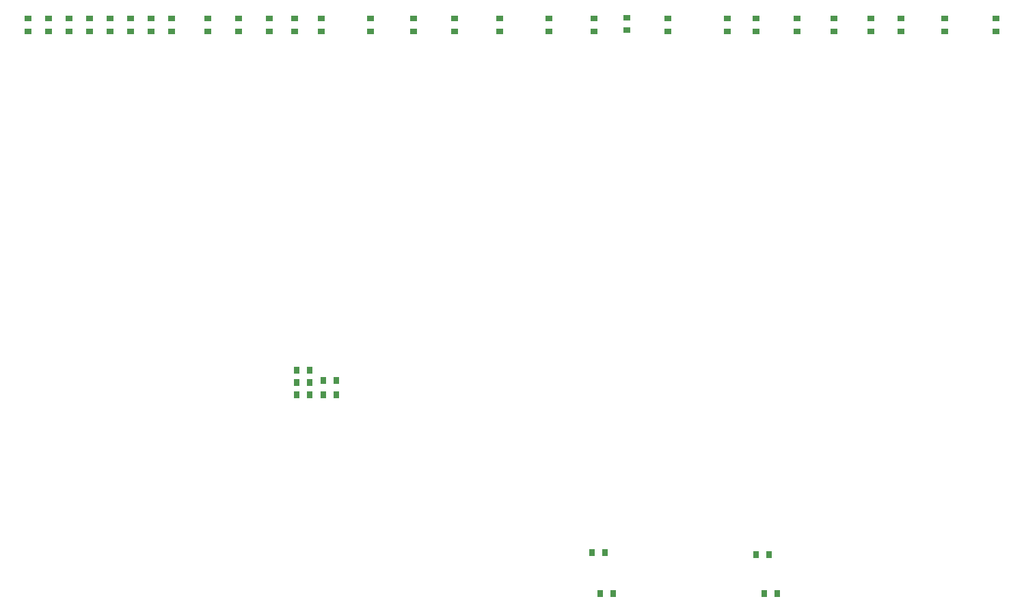
<source format=gbp>
G04*
G04 #@! TF.GenerationSoftware,Altium Limited,Altium Designer,22.3.1 (43)*
G04*
G04 Layer_Color=128*
%FSLAX25Y25*%
%MOIN*%
G70*
G04*
G04 #@! TF.SameCoordinates,1903AC94-178F-402A-AE6A-EB822E6E4443*
G04*
G04*
G04 #@! TF.FilePolarity,Positive*
G04*
G01*
G75*
%ADD20R,0.03150X0.03740*%
%ADD24R,0.03740X0.03150*%
D20*
X218850Y157000D02*
D03*
X225150D02*
D03*
X218850Y164000D02*
D03*
X225150D02*
D03*
X212150Y157000D02*
D03*
X205850D02*
D03*
X212150Y163000D02*
D03*
X205850D02*
D03*
X212150Y169000D02*
D03*
X205850D02*
D03*
X429850Y79000D02*
D03*
X436150D02*
D03*
X349850Y80000D02*
D03*
X356150D02*
D03*
X353850Y60000D02*
D03*
X360150D02*
D03*
X433850D02*
D03*
X440150D02*
D03*
D24*
X351000Y340650D02*
D03*
Y334350D02*
D03*
X547000Y340650D02*
D03*
Y334350D02*
D03*
X522000D02*
D03*
Y340650D02*
D03*
X387000D02*
D03*
Y334350D02*
D03*
X500500Y340650D02*
D03*
Y334350D02*
D03*
X329000Y340650D02*
D03*
Y334350D02*
D03*
X263000Y340650D02*
D03*
Y334350D02*
D03*
X242000Y340650D02*
D03*
Y334350D02*
D03*
X305000Y340650D02*
D03*
Y334350D02*
D03*
X283000Y340650D02*
D03*
Y334350D02*
D03*
X367000Y341150D02*
D03*
Y334850D02*
D03*
X486000Y340650D02*
D03*
Y334350D02*
D03*
X468000Y340650D02*
D03*
Y334350D02*
D03*
X450000Y340650D02*
D03*
Y334350D02*
D03*
X416000Y340650D02*
D03*
Y334350D02*
D03*
X430000Y340650D02*
D03*
Y334350D02*
D03*
X205000Y340650D02*
D03*
Y334350D02*
D03*
X218000Y340650D02*
D03*
Y334350D02*
D03*
X192500Y340650D02*
D03*
Y334350D02*
D03*
X177500D02*
D03*
Y340650D02*
D03*
X162500D02*
D03*
Y334350D02*
D03*
X125000Y340650D02*
D03*
Y334350D02*
D03*
X115000Y340650D02*
D03*
Y334350D02*
D03*
X105000Y340650D02*
D03*
Y334350D02*
D03*
X95000Y340650D02*
D03*
Y334350D02*
D03*
X145000Y340650D02*
D03*
Y334350D02*
D03*
X135000Y340650D02*
D03*
Y334350D02*
D03*
X85000Y340650D02*
D03*
Y334350D02*
D03*
X75000Y340650D02*
D03*
Y334350D02*
D03*
M02*

</source>
